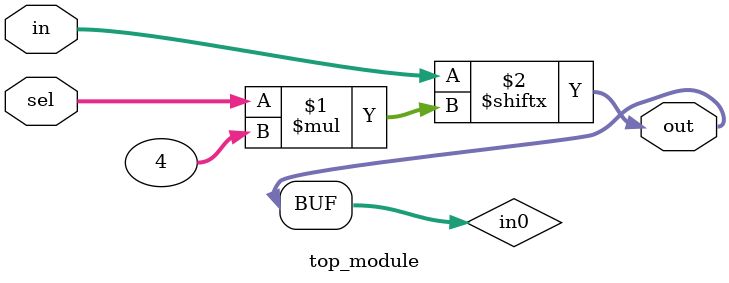
<source format=sv>
module top_module (
	input [1023:0] in,
	input [7:0] sel,
	output [3:0] out
);
	// Create intermediate wires for each 4-bit input
	wire [3:0] in0 = in[sel*4+3:sel*4];
	
	// Use assign statements to assign the output based on the selected input
	assign out = in0;
endmodule

</source>
